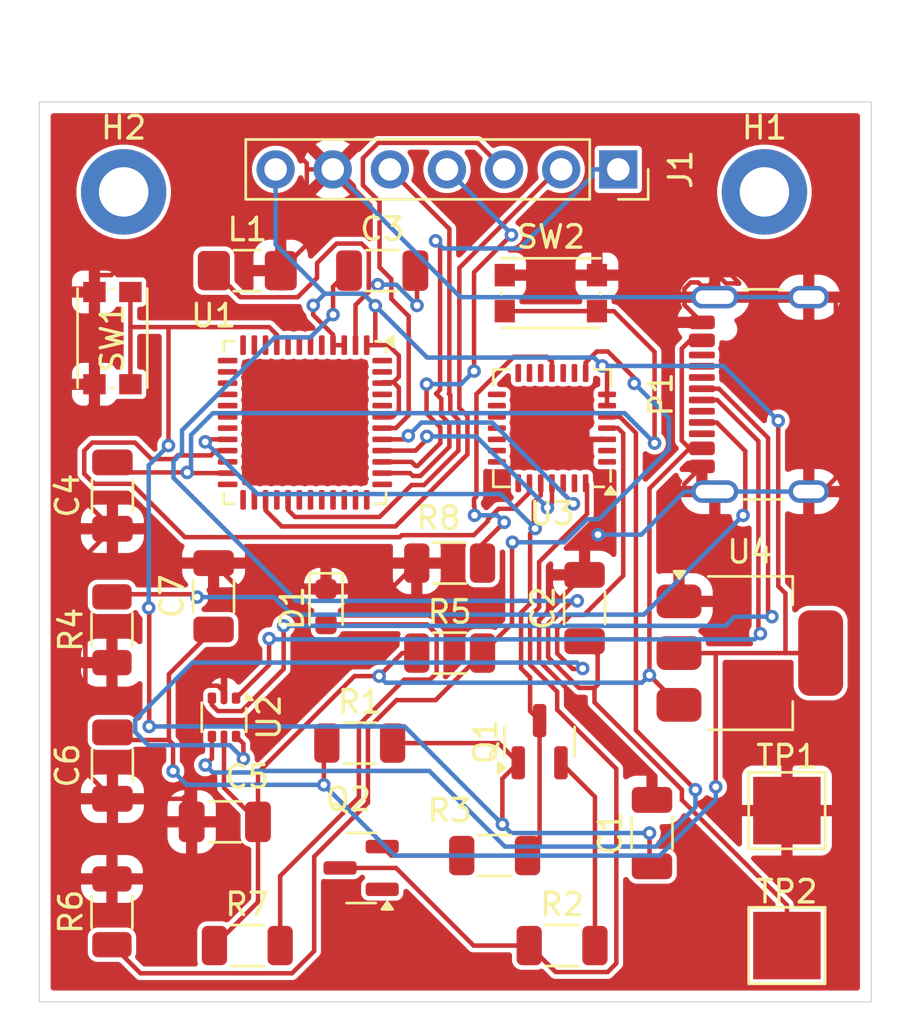
<source format=kicad_pcb>
(kicad_pcb (version 20241229) (generator "pcbnew") (generator_version "9.0")
  (layers (0 "F.Cu" signal) (2 "B.Cu" signal) (13 "F.Paste" user) (15 "B.Paste" user) (5 "F.SilkS" user "F.Silkscreen") (7 "B.SilkS" user "B.Silkscreen") (1 "F.Mask" user) (3 "B.Mask" user) (25 "Edge.Cuts" user))
  (net 0 "")
  (net 1 "GND")
  (net 2 "+3.3V")
  (net 3 "EN")
  (net 4 "Net-(P1-D+)")
  (net 6 "Net-(P1-CC)")
  (net 7 "Net-(U1-GPIO0{slash}BOOT{slash}ADC2_CH1)")
  (net 8 "Net-(D1-A)")
  (net 9 "Net-(J1-Pin_1)")
  (net 10 "Net-(J1-Pin_3)")
  (net 11 "Net-(J1-Pin_4)")
  (net 12 "Net-(J1-Pin_5)")
  (net 13 "DTR")
  (net 14 "Net-(Q1-B)")
  (net 15 "RTS")
  (net 16 "Net-(Q2-B)")
  (net 17 "Net-(U3-VBUS)")
  (net 22 "CTS")
  (net 30 "/supply/TXD")
  (net 32 "/supply/RXD")
  (net 39 "Net-(P1-D-)")
  (net 42 "+5V")
  (net 44 "Net-(J1-Pin_2)")
  (net 47 "Net-(U1-LNA_IN)")
  (net 49 "Net-(C2-Pad1)")
  (net 50 "IO0")
  (net 51 "Net-(U3-~{SUSPEND})")
  (net 52 "Net-(U3-D+)")
  (net 53 "Net-(U3-D-)")
  (footprint "MountingHole:MountingHole_2.2mm_M2_DIN965_Pad" (layer "F.Cu") (at 122.5 60.5)
    (property "Reference" "H2")
    (property "Value" "MountingHole")
  )
  (footprint "Button_Switch_SMD:SW_Push_1P1T_NO_CK_KMR2" (layer "F.Cu") (at 141.5 65 180)
    (property "Reference" "SW2")
    (property "Value" "BOOT")
  )
  (footprint "Resistor_SMD:R_1206_3216Metric" (layer "F.Cu") (at 121.98 79.9625 90)
    (property "Reference" "R4")
    (property "Value" "5.1K")
  )
  (footprint "Connector_PinSocket_2.54mm:PinSocket_1x07_P2.54mm_Vertical" (layer "F.Cu") (at 144.5 59.5 -90)
    (property "Reference" "J1")
    (property "Value" "Conn_01x07_Socket")
  )
  (footprint "Diode_SMD:D_0603_1608Metric" (layer "F.Cu") (at 131.5 78.9375 -90)
    (property "Reference" "D1")
    (property "Value" "LED")
  )
  (footprint "Button_Switch_SMD:SW_Push_1P1T_NO_CK_KMR2" (layer "F.Cu") (at 122 67 90)
    (property "Reference" "SW1")
    (property "Value" "RESET")
  )
  (footprint "Package_TO_SOT_SMD:SOT-223-3_TabPin2" (layer "F.Cu") (at 150.35 81)
    (property "Reference" "U4")
    (property "Value" "AMS1117-3.3")
  )
  (footprint "Capacitor_SMD:C_1206_3216Metric" (layer "F.Cu") (at 146 89 90)
    (property "Reference" "C1")
    (property "Value" "100nF")
  )
  (footprint "Resistor_SMD:R_1206_3216Metric" (layer "F.Cu") (at 137 77 180)
    (property "Reference" "R8")
    (property "Value" "10K")
  )
  (footprint "Package_DFN_QFN:QFN-28-1EP_5x5mm_P0.5mm_EP3.35x3.35mm" (layer "F.Cu") (at 141.55 71 180)
    (property "Reference" "U3")
    (property "Value" "CP2102N-Axx-xQFN28")
  )
  (footprint "Capacitor_SMD:C_1206_3216Metric" (layer "F.Cu") (at 126.5 78.475 90)
    (property "Reference" "C7")
    (property "Value" "10µF")
  )
  (footprint "MountingHole:MountingHole_2.2mm_M2_DIN965_Pad" (layer "F.Cu") (at 151 60.5)
    (property "Reference" "H1")
    (property "Value" "MountingHole")
  )
  (footprint "Package_TO_SOT_SMD:SOT-23" (layer "F.Cu") (at 141 84.9375 90)
    (property "Reference" "Q1")
    (property "Value" "BCW66G")
  )
  (footprint "Capacitor_SMD:C_1206_3216Metric" (layer "F.Cu") (at 122 86 -90)
    (property "Reference" "C6")
    (property "Value" "0,1µF")
  )
  (footprint "Package_TO_SOT_SMD:SOT-23" (layer "F.Cu") (at 133.0625 90.55 180)
    (property "Reference" "Q2")
    (property "Value" "BCW66G")
  )
  (footprint "Resistor_SMD:R_1206_3216Metric" (layer "F.Cu") (at 133 85)
    (property "Reference" "R1")
    (property "Value" "10K")
  )
  (footprint "Resistor_SMD:R_1206_3216Metric" (layer "F.Cu") (at 139 90 180)
    (property "Reference" "R3")
    (property "Value" "47,5K")
  )
  (footprint "Resistor_SMD:R_1206_3216Metric" (layer "F.Cu") (at 128 94)
    (property "Reference" "R7")
    (property "Value" "1K")
  )
  (footprint "Resistor_SMD:R_1206_3216Metric" (layer "F.Cu") (at 142 94)
    (property "Reference" "R2")
    (property "Value" "47,5K")
  )
  (footprint "TestPoint:TestPoint_Pad_3.0x3.0mm" (layer "F.Cu") (at 152 88)
    (property "Reference" "TP1")
    (property "Value" "TestPoint")
  )
  (footprint "Capacitor_SMD:C_1206_3216Metric" (layer "F.Cu") (at 127 88.5 180)
    (property "Reference" "C5")
    (property "Value" "10µF")
  )
  (footprint "Package_DFN_QFN:QFN-48-1EP_7x7mm_P0.5mm_EP5.15x5.15mm" (layer "F.Cu") (at 130.5625 70.75 -90)
    (property "Reference" "U1")
    (property "Value" "ESP32-PICO-V3")
  )
  (footprint "Capacitor_SMD:C_1206_3216Metric" (layer "F.Cu") (at 134 64)
    (property "Reference" "C3")
    (property "Value" "4,7pF")
  )
  (footprint "Capacitor_SMD:C_1206_3216Metric" (layer "F.Cu") (at 122 74 -90)
    (property "Reference" "C4")
    (property "Value" "100nF")
  )
  (footprint "Resistor_SMD:R_1206_3216Metric" (layer "F.Cu") (at 121.98 92.5 90)
    (property "Reference" "R6")
    (property "Value" "47,5K")
  )
  (footprint "Connector_USB:USB_C_Receptacle_GCT_USB4105-xx-A_16P_TopMnt_Horizontal" (layer "F.Cu") (at 151.8975 69.5 90)
    (property "Reference" "P1")
    (property "Value" "USB_C_Plug_USB2.0")
  )
  (footprint "TestPoint:TestPoint_Pad_3.0x3.0mm" (layer "F.Cu") (at 152 94)
    (property "Reference" "TP2")
    (property "Value" "TestPoint")
  )
  (footprint "Resistor_SMD:R_1206_3216Metric" (layer "F.Cu") (at 137 81)
    (property "Reference" "R5")
    (property "Value" "22,1K")
  )
  (footprint "Capacitor_SMD:C_1206_3216Metric" (layer "F.Cu") (at 143 79 90)
    (property "Reference" "C2")
    (property "Value" "2,7pF")
  )
  (footprint "Package_TO_SOT_SMD:SOT-666" (layer "F.Cu") (at 126.9625 83.85 -90)
    (property "Reference" "U2")
    (property "Value" "USBLC6-2P6")
  )
  (footprint "Inductor_SMD:L_1206_3216Metric_Pad1.42x1.75mm_HandSolder" (layer "F.Cu") (at 128 64)
    (property "Reference" "L1")
    (property "Value" "1,6nH")
  )
  (gr_rect (start 118.75 56.5) (end 155.75 96.5) (stroke (width 0.05)) (fill no) (layer "Edge.Cuts"))
  (segment (start 149.7829 64.5746) (end 149.8691 64.5746) (width 0.2) (layer "F.Cu") (net 1))
  (segment (start 142.9763 77.525) (end 142.0723 78.429) (width 0.2) (layer "F.Cu") (net 1))
  (segment (start 147.4408 73.82) (end 147.2 74.0608) (width 0.2) (layer "F.Cu") (net 1))
  (segment (start 121.2 69.8017) (end 120.3161 70.6856) (width 0.2) (layer "F.Cu") (net 1))
  (segment (start 154.1742 73.82) (end 154.8036 74.4494) (width 0.2) (layer "F.Cu") (net 1))
  (segment (start 126.9625 82.7147) (end 126.6957 82.4479) (width 0.2) (layer "F.Cu") (net 1))
  (segment (start 120.7973 81.425) (end 120.7973 76.6777) (width 0.2) (layer "F.Cu") (net 1))
  (segment (start 135.5375 77) (end 134.3875 78.15) (width 0.2) (layer "F.Cu") (net 1))
  (segment (start 143 77.525) (end 142.9763 77.525) (width 0.2) (layer "F.Cu") (net 1))
  (segment (start 121.98 91.0375) (end 122 91.0175) (width 0.2) (layer "F.Cu") (net 1))
  (segment (start 148.2175 66.3) (end 147.4408 65.5233) (width 0.2) (layer "F.Cu") (net 1))
  (segment (start 149.8692 64.5405) (end 149.5287 64.2) (width 0.2) (layer "F.Cu") (net 1))
  (segment (start 148.1915 64.6649) (end 148.5243 64.6649) (width 0.2) (layer "F.Cu") (net 1))
  (segment (start 122 87.475) (end 120.7973 86.2723) (width 0.2) (layer "F.Cu") (net 1))
  (segment (start 147.4408 65.5233) (end 147.4408 65.18) (width 0.2) (layer "F.Cu") (net 1))
  (segment (start 121.2 64.95) (end 121.2 64.1983) (width 0.2) (layer "F.Cu") (net 1))
  (segment (start 147.2 74.0608) (end 147.2 78.7) (width 0.2) (layer "F.Cu") (net 1))
  (segment (start 142.0723 78.429) (end 142.0723 78.4421) (width 0.2) (layer "F.Cu") (net 1))
  (segment (start 121.2 69.05) (end 121.2 69.8017) (width 0.2) (layer "F.Cu") (net 1))
  (segment (start 143.5993 75.7339) (end 143.5993 73.0148) (width 0.2) (layer "F.Cu") (net 1))
  (segment (start 127.65 78.15) (end 127.742 78.15) (width 0.2) (layer "F.Cu") (net 1))
  (segment (start 121.98 81.425) (end 120.7973 81.425) (width 0.2) (layer "F.Cu") (net 1))
  (segment (start 148.8736 64.3156) (end 149.0418 64.3156) (width 0.2) (layer "F.Cu") (net 1))
  (segment (start 142.0723 78.4421) (end 140.9797 79.5347) (width 0.2) (layer "F.Cu") (net 1))
  (segment (start 131.5 78.15) (end 127.742 78.15) (width 0.2) (layer "F.Cu") (net 1))
  (segment (start 147.4408 73.4767) (end 147.4408 73.82) (width 0.2) (layer "F.Cu") (net 1))
  (segment (start 147.4408 65.18) (end 147.4408 64.8046) (width 0.2) (layer "F.Cu") (net 1))
  (segment (start 125.3 83.2708) (end 125.3 87.2983) (width 0.2) (layer "F.Cu") (net 1))
  (segment (start 154.8036 83.3947) (end 152 86.1983) (width 0.2) (layer "F.Cu") (net 1))
  (segment (start 131.8 59.5) (end 130.6453 59.5) (width 0.2) (layer "F.Cu") (net 1))
  (segment (start 143 76.3332) (end 143.5993 75.7339) (width 0.2) (layer "F.Cu") (net 1))
  (segment (start 120.3161 70.6856) (end 120.3161 73.7911) (width 0.2) (layer "F.Cu") (net 1))
  (segment (start 121.9517 64.1983) (end 121.2 64.1983) (width 0.2) (layer "F.Cu") (net 1))
  (segment (start 154.1742 65.18) (end 154.1742 73.2192) (width 0.2) (layer "F.Cu") (net 1))
  (segment (start 122 91.0175) (end 122 87.475) (width 0.2) (layer "F.Cu") (net 1))
  (segment (start 154.1742 73.2192) (end 153.5734 73.82) (width 0.2) (layer "F.Cu") (net 1))
  (segment (start 148.7925 65.18) (end 147.4408 65.18) (width 0.2) (layer "F.Cu") (net 1))
  (segment (start 127.742 81.0436) (end 126.9625 81.8231) (width 0.2) (layer "F.Cu") (net 1))
  (segment (start 143.5993 73.0148) (end 143.2981 72.7136) (width 0.2) (layer "F.Cu") (net 1))
  (segment (start 126.6957 82.4479) (end 126.1229 82.4479) (width 0.2) (layer "F.Cu") (net 1))
  (segment (start 127.742 78.15) (end 127.742 81.0436) (width 0.2) (layer "F.Cu") (net 1))
  (segment (start 120.3161 73.7911) (end 122 75.475) (width 0.2) (layer "F.Cu") (net 1))
  (segment (start 126.9625 82.925) (end 126.9625 82.7147) (width 0.2) (layer "F.Cu") (net 1))
  (segment (start 141.55 71) (end 142.05 71.5) (width 0.2) (layer "F.Cu") (net 1))
  (segment (start 146 86.3675) (end 146 87.525) (width 0.2) (layer "F.Cu") (net 1))
  (segment (start 130.6453 59.2297) (end 129.7639 58.3483) (width 0.2) (layer "F.Cu") (net 1))
  (segment (start 129.4875 64) (end 130.6453 62.8422) (width 0.2) (layer "F.Cu") (net 1))
  (segment (start 125.3 87.2983) (end 125.1233 87.475) (width 0.2) (layer "F.Cu") (net 1))
  (segment (start 143.2981 72.7136) (end 143.2981 71.5) (width 0.2) (layer "F.Cu") (net 1))
  (segment (start 148.05 64.5234) (end 148.1915 64.6649) (width 0.2) (layer "F.Cu") (net 1))
  (segment (start 129.7639 58.3483) (end 127.8017 58.3483) (width 0.2) (layer "F.Cu") (net 1))
  (segment (start 149.2941 64.5679) (end 149.7762 64.5679) (width 0.2) (layer "F.Cu") (net 1))
  (segment (start 125.525 88.5) (end 125.525 87.8767) (width 0.2) (layer "F.Cu") (net 1))
  (segment (start 148.5243 64.6649) (end 148.8736 64.3156) (width 0.2) (layer "F.Cu") (net 1))
  (segment (start 126.5 77) (end 127.65 78.15) (width 0.2) (layer "F.Cu") (net 1))
  (segment (start 126.9625 81.8231) (end 126.9625 82.925) (width 0.2) (layer "F.Cu") (net 1))
  (segment (start 140.9797 79.5347) (end 140.9797 81.3472) (width 0.2) (layer "F.Cu") (net 1))
  (segment (start 143.2981 71.5) (end 144 71.5) (width 0.2) (layer "F.Cu") (net 1))
  (segment (start 149.0418 64.3156) (end 149.2941 64.5679) (width 0.2) (layer "F.Cu") (net 1))
  (segment (start 121.2 64.95) (end 121.2 69.05) (width 0.2) (layer "F.Cu") (net 1))
  (segment (start 125.1233 87.475) (end 122 87.475) (width 0.2) (layer "F.Cu") (net 1))
  (segment (start 126.1229 82.4479) (end 125.3 83.2708) (width 0.2) (layer "F.Cu") (net 1))
  (segment (start 147.4408 64.8046) (end 147.722 64.5234) (width 0.2) (layer "F.Cu") (net 1))
  (segment (start 148.7925 73.82) (end 147.4408 73.82) (width 0.2) (layer "F.Cu") (net 1))
  (segment (start 127.8017 58.3483) (end 121.9517 64.1983) (width 0.2) (layer "F.Cu") (net 1))
  (segment (start 143.55 64.2) (end 144.3017 64.2) (width 0.2) (layer "F.Cu") (net 1))
  (segment (start 149.7762 64.5679) (end 149.7829 64.5746) (width 0.2) (layer "F.Cu") (net 1))
  (segment (start 140.9797 81.3472) (end 146 86.3675) (width 0.2) (layer "F.Cu") (net 1))
  (segment (start 139.45 64.2) (end 143.55 64.2) (width 0.2) (layer "F.Cu") (net 1))
  (segment (start 120.7973 76.6777) (end 122 75.475) (width 0.2) (layer "F.Cu") (net 1))
  (segment (start 130.6453 62.8422) (end 130.6453 59.5) (width 0.2) (layer "F.Cu") (net 1))
  (segment (start 143 77.525) (end 143 76.3332) (width 0.2) (layer "F.Cu") (net 1))
  (segment (start 149.8692 64.5745) (end 149.8692 64.5405) (width 0.2) (layer "F.Cu") (net 1))
  (segment (start 152.9725 73.82) (end 153.5734 73.82) (width 0.2) (layer "F.Cu") (net 1))
  (segment (start 149.8691 64.5746) (end 149.8692 64.5745) (width 0.2) (layer "F.Cu") (net 1))
  (segment (start 152.9725 65.18) (end 154.1742 65.18) (width 0.2) (layer "F.Cu") (net 1))
  (segment (start 125.525 87.8767) (end 125.1233 87.475) (width 0.2) (layer "F.Cu") (net 1))
  (segment (start 147.722 64.5234) (end 148.05 64.5234) (width 0.2) (layer "F.Cu") (net 1))
  (segment (start 154.8036 74.4494) (end 154.8036 83.3947) (width 0.2) (layer "F.Cu") (net 1))
  (segment (start 134.3875 78.15) (end 131.5 78.15) (width 0.2) (layer "F.Cu") (net 1))
  (segment (start 153.5734 73.82) (end 154.1742 73.82) (width 0.2) (layer "F.Cu") (net 1))
  (segment (start 148.2175 72.7) (end 147.4408 73.4767) (width 0.2) (layer "F.Cu") (net 1))
  (segment (start 130.6453 59.5) (end 130.6453 59.2297) (width 0.2) (layer "F.Cu") (net 1))
  (segment (start 142.05 71.5) (end 143.2981 71.5) (width 0.2) (layer "F.Cu") (net 1))
  (segment (start 120.7973 86.2723) (end 120.7973 81.425) (width 0.2) (layer "F.Cu") (net 1))
  (segment (start 149.5287 64.2) (end 144.3017 64.2) (width 0.2) (layer "F.Cu") (net 1))
  (segment (start 152 88) (end 152 86.1983) (width 0.2) (layer "F.Cu") (net 1))
  (via (at 143.5993 75.7339) (size 0.6) (drill 0.3) (layers "F.Cu" "B.Cu") (net 1))
  (segment (start 152.9725 73.82) (end 151.7708 73.82) (width 0.2) (layer "B.Cu") (net 1))
  (segment (start 145.5269 75.7339) (end 143.5993 75.7339) (width 0.2) (layer "B.Cu") (net 1))
  (segment (start 147.4408 73.82) (end 145.5269 75.7339) (width 0.2) (layer "B.Cu") (net 1))
  (segment (start 131.8 59.5) (end 137.48 65.18) (width 0.2) (layer "B.Cu") (net 1))
  (segment (start 152.9725 65.18) (end 148.7925 65.18) (width 0.2) (layer "B.Cu") (net 1))
  (segment (start 137.48 65.18) (end 148.7925 65.18) (width 0.2) (layer "B.Cu") (net 1))
  (segment (start 151.7708 73.82) (end 148.7925 73.82) (width 0.2) (layer "B.Cu") (net 1))
  (segment (start 148.7925 73.82) (end 147.4408 73.82) (width 0.2) (layer "B.Cu") (net 1))
  (segment (start 133.6933 67.3125) (end 133.6933 65.5597) (width 0.2) (layer "F.Cu") (net 2))
  (segment (start 131.4019 86.8547) (end 131.4019 85.1356) (width 0.2) (layer "F.Cu") (net 2))
  (segment (start 151.9355 78.3483) (end 151.6155 78.0283) (width 0.2) (layer "F.Cu") (net 2))
  (segment (start 130.931 65.968) (end 130.931 65.5394) (width 0.2) (layer "F.Cu") (net 2))
  (segment (start 151.9355 81) (end 151.9355 78.3483) (width 0.2) (layer "F.Cu") (net 2))
  (segment (start 134.7394 69.2016) (end 134.7394 70.2237) (width 0.2) (layer "F.Cu") (net 2))
  (segment (start 134.7394 68.7218) (end 134.7394 67.7762) (width 0.2) (layer "F.Cu") (net 2))
  (segment (start 134.7394 70.2237) (end 134.4631 70.5) (width 0.2) (layer "F.Cu") (net 2))
  (segment (start 148.8351 81) (end 148.8351 86.9443) (width 0.2) (layer "F.Cu") (net 2))
  (segment (start 122 84.525) (end 122.3373 84.8623) (width 0.2) (layer "F.Cu") (net 2))
  (segment (start 148.8351 81) (end 151.9355 81) (width 0.2) (layer "F.Cu") (net 2))
  (segment (start 134.4631 70.5) (end 134 70.5) (width 0.2) (layer "F.Cu") (net 2))
  (segment (start 126.5 79.95) (end 124.5106 81.9394) (width 0.2) (layer "F.Cu") (net 2))
  (segment (start 131.4019 85.1356) (end 131.5375 85) (width 0.2) (layer "F.Cu") (net 2))
  (segment (start 132.3125 67.3125) (end 131.8125 67.3125) (width 0.2) (layer "F.Cu") (net 2))
  (segment (start 147.2 81) (end 148.8351 81) (width 0.2) (layer "F.Cu") (net 2))
  (segment (start 131.8125 67.3125) (end 131.8125 66.8495) (width 0.2) (layer "F.Cu") (net 2))
  (segment (start 144 68.4468) (end 143.7898 68.2366) (width 0.2) (layer "F.Cu") (net 2))
  (segment (start 134.4995 68.9617) (end 134.0383 68.9617) (width 0.2) (layer "F.Cu") (net 2))
  (segment (start 124.5106 81.9394) (end 124.5106 84.8623) (width 0.2) (layer "F.Cu") (net 2))
  (segment (start 124.5106 84.8623) (end 124.6983 85.05) (width 0.2) (layer "F.Cu") (net 2))
  (segment (start 151.6155 78.0283) (end 151.6155 70.6728) (width 0.2) (layer "F.Cu") (net 2))
  (segment (start 134.2757 67.3125) (end 133.6933 67.3125) (width 0.2) (layer "F.Cu") (net 2))
  (segment (start 124.6983 85.05) (end 124.6983 86.2445) (width 0.2) (layer "F.Cu") (net 2))
  (segment (start 131.8125 66.8495) (end 130.931 65.968) (width 0.2) (layer "F.Cu") (net 2))
  (segment (start 134.4995 68.9617) (end 134.7394 69.2016) (width 0.2) (layer "F.Cu") (net 2))
  (segment (start 144 70) (end 144 69.5) (width 0.2) (layer "F.Cu") (net 2))
  (segment (start 144 69.5) (end 144 68.4468) (width 0.2) (layer "F.Cu") (net 2))
  (segment (start 134.0383 68.9617) (end 134 69) (width 0.2) (layer "F.Cu") (net 2))
  (segment (start 134.4995 68.9617) (end 134.7394 68.7218) (width 0.2) (layer "F.Cu") (net 2))
  (segment (start 133.6933 67.3125) (end 133.3125 67.3125) (width 0.2) (layer "F.Cu") (net 2))
  (segment (start 151.9355 81) (end 153.5 81) (width 0.2) (layer "F.Cu") (net 2))
  (segment (start 134.7394 67.7762) (end 134.2757 67.3125) (width 0.2) (layer "F.Cu") (net 2))
  (segment (start 122.3373 84.8623) (end 124.5106 84.8623) (width 0.2) (layer "F.Cu") (net 2))
  (via (at 143.7898 68.2366) (size 0.6) (drill 0.3) (layers "F.Cu" "B.Cu") (net 2))
  (via (at 131.4019 86.8547) (size 0.6) (drill 0.3) (layers "F.Cu" "B.Cu") (net 2))
  (via (at 148.8351 86.9443) (size 0.6) (drill 0.3) (layers "F.Cu" "B.Cu") (net 2))
  (via (at 151.6155 70.6728) (size 0.6) (drill 0.3) (layers "F.Cu" "B.Cu") (net 2))
  (via (at 124.6983 86.2445) (size 0.6) (drill 0.3) (layers "F.Cu" "B.Cu") (net 2))
  (via (at 133.6933 65.5597) (size 0.6) (drill 0.3) (layers "F.Cu" "B.Cu") (net 2))
  (via (at 130.931 65.5394) (size 0.6) (drill 0.3) (layers "F.Cu" "B.Cu") (net 2))
  (segment (start 131.4019 86.8547) (end 134.5491 90.0019) (width 0.2) (layer "B.Cu") (net 2))
  (segment (start 129.26 59.5) (end 129.26 62.8388) (width 0.2) (layer "B.Cu") (net 2))
  (segment (start 148.8351 87.5123) (end 148.8351 86.9443) (width 0.2) (layer "B.Cu") (net 2))
  (segment (start 143.416 67.8628) (end 135.9964 67.8628) (width 0.2) (layer "B.Cu") (net 2))
  (segment (start 143.7898 68.2366) (end 143.416 67.8628) (width 0.2) (layer "B.Cu") (net 2))
  (segment (start 149.1793 68.2366) (end 143.7898 68.2366) (width 0.2) (layer "B.Cu") (net 2))
  (segment (start 125.3085 86.8547) (end 131.4019 86.8547) (width 0.2) (layer "B.Cu") (net 2))
  (segment (start 135.9964 67.8628) (end 133.6933 65.5597) (width 0.2) (layer "B.Cu") (net 2))
  (segment (start 151.6155 70.6728) (end 149.1793 68.2366) (width 0.2) (layer "B.Cu") (net 2))
  (segment (start 146.3455 90.0019) (end 148.8351 87.5123) (width 0.2) (layer "B.Cu") (net 2))
  (segment (start 124.6983 86.2445) (end 125.3085 86.8547) (width 0.2) (layer "B.Cu") (net 2))
  (segment (start 131.4458 65.0246) (end 133.1582 65.0246) (width 0.2) (layer "B.Cu") (net 2))
  (segment (start 134.5491 90.0019) (end 146.3455 90.0019) (width 0.2) (layer "B.Cu") (net 2))
  (segment (start 133.1582 65.0246) (end 133.6933 65.5597) (width 0.2) (layer "B.Cu") (net 2))
  (segment (start 129.26 62.8388) (end 131.4458 65.0246) (width 0.2) (layer "B.Cu") (net 2))
  (segment (start 130.931 65.5394) (end 131.4458 65.0246) (width 0.2) (layer "B.Cu") (net 2))
  (segment (start 129.3125 67.3125) (end 129.3125 66.8494) (width 0.2) (layer "F.Cu") (net 3))
  (segment (start 129.3125 66.8494) (end 128.9735 66.5104) (width 0.2) (layer "F.Cu") (net 3))
  (segment (start 139.3453 88.6099) (end 139.3453 86.5797) (width 0.2) (layer "F.Cu") (net 3))
  (segment (start 128.9735 66.5104) (end 124.4939 66.5104) (width 0.2) (layer "F.Cu") (net 3))
  (segment (start 122.8 66.5104) (end 122.8 69.05) (width 0.2) (layer "F.Cu") (net 3))
  (segment (start 139.3453 86.5797) (end 140.05 85.875) (width 0.2) (layer "F.Cu") (net 3))
  (segment (start 139.175 85) (end 140.05 85.875) (width 0.2) (layer "F.Cu") (net 3))
  (segment (start 134.4625 85) (end 139.175 85) (width 0.2) (layer "F.Cu") (net 3))
  (segment (start 145.8898 90.3648) (end 145.8898 88.9984) (width 0.2) (layer "F.Cu") (net 3))
  (segment (start 123.6146 78.9855) (end 123.6371 79.008) (width 0.2) (layer "F.Cu") (net 3))
  (segment (start 124.4939 66.5104) (end 124.4939 71.7748) (width 0.2) (layer "F.Cu") (net 3))
  (segment (start 146 90.475) (end 145.8898 90.3648) (width 0.2) (layer "F.Cu") (net 3))
  (segment (start 122.8 64.95) (end 122.8 66.5104) (width 0.2) (layer "F.Cu") (net 3))
  (segment (start 124.4939 66.5104) (end 122.8 66.5104) (width 0.2) (layer "F.Cu") (net 3))
  (segment (start 123.6371 79.008) (end 123.6371 84.2606) (width 0.2) (layer "F.Cu") (net 3))
  (via (at 139.3453 88.6099) (size 0.6) (drill 0.3) (layers "F.Cu" "B.Cu") (net 3))
  (via (at 124.4939 71.7748) (size 0.6) (drill 0.3) (layers "F.Cu" "B.Cu") (net 3))
  (via (at 123.6371 84.2606) (size 0.6) (drill 0.3) (layers "F.Cu" "B.Cu") (net 3))
  (via (at 145.8898 88.9984) (size 0.6) (drill 0.3) (layers "F.Cu" "B.Cu") (net 3))
  (via (at 123.6146 78.9855) (size 0.6) (drill 0.3) (layers "F.Cu" "B.Cu") (net 3))
  (segment (start 123.6146 72.6541) (end 123.6146 78.9855) (width 0.2) (layer "B.Cu") (net 3))
  (segment (start 139.3453 88.6099) (end 134.996 84.2606) (width 0.2) (layer "B.Cu") (net 3))
  (segment (start 139.7338 88.9984) (end 139.3453 88.6099) (width 0.2) (layer "B.Cu") (net 3))
  (segment (start 145.8898 88.9984) (end 139.7338 88.9984) (width 0.2) (layer "B.Cu") (net 3))
  (segment (start 134.996 84.2606) (end 123.6371 84.2606) (width 0.2) (layer "B.Cu") (net 3))
  (segment (start 124.4939 71.7748) (end 123.6146 72.6541) (width 0.2) (layer "B.Cu") (net 3))
  (segment (start 127.5 83) (end 128.9692 81.5308) (width 0.2) (layer "F.Cu") (net 4))
  (segment (start 128.9692 81.5308) (end 128.9692 80.3551) (width 0.2) (layer "F.Cu") (net 4))
  (segment (start 148.2175 69.75) (end 148.9031 69.75) (width 0.2) (layer "F.Cu") (net 4))
  (segment (start 150.7321 71.579) (end 150.7321 80.046) (width 0.2) (layer "F.Cu") (net 4))
  (segment (start 148.9031 69.75) (end 150.7321 71.579) (width 0.2) (layer "F.Cu") (net 4))
  (segment (start 150.7321 80.046) (end 150.8216 80.1355) (width 0.2) (layer "F.Cu") (net 4))
  (via (at 150.8216 80.1355) (size 0.6) (drill 0.3) (layers "F.Cu" "B.Cu") (net 4))
  (via (at 128.9692 80.3551) (size 0.6) (drill 0.3) (layers "F.Cu" "B.Cu") (net 4))
  (segment (start 150.5675 80.3896) (end 150.8216 80.1355) (width 0.2) (layer "B.Cu") (net 4))
  (segment (start 129.0037 80.3896) (end 150.5675 80.3896) (width 0.2) (layer "B.Cu") (net 4))
  (segment (start 128.9692 80.3551) (end 129.0037 80.3896) (width 0.2) (layer "B.Cu") (net 4))
  (segment (start 150.1487 72.0187) (end 150.1487 74.7778) (width 0.2) (layer "F.Cu") (net 6))
  (segment (start 122.0962 78.3838) (end 121.98 78.5) (width 0.2) (layer "F.Cu") (net 6))
  (segment (start 125.7665 78.511) (end 125.6393 78.3838) (width 0.2) (layer "F.Cu") (net 6))
  (segment (start 150.1487 74.7778) (end 150.0486 74.8779) (width 0.2) (layer "F.Cu") (net 6))
  (segment (start 125.6393 78.3838) (end 122.0962 78.3838) (width 0.2) (layer "F.Cu") (net 6))
  (segment (start 148.88 70.75) (end 150.1487 72.0187) (width 0.2) (layer "F.Cu") (net 6))
  (segment (start 148.2175 70.75) (end 148.88 70.75) (width 0.2) (layer "F.Cu") (net 6))
  (via (at 150.0486 74.8779) (size 0.6) (drill 0.3) (layers "F.Cu" "B.Cu") (net 6))
  (via (at 125.7665 78.511) (size 0.6) (drill 0.3) (layers "F.Cu" "B.Cu") (net 6))
  (segment (start 129.1909 78.511) (end 125.7665 78.511) (width 0.2) (layer "B.Cu") (net 6))
  (segment (start 145.6375 79.289) (end 129.9689 79.289) (width 0.2) (layer "B.Cu") (net 6))
  (segment (start 129.9689 79.289) (end 129.1909 78.511) (width 0.2) (layer "B.Cu") (net 6))
  (segment (start 150.0486 74.8779) (end 145.6375 79.289) (width 0.2) (layer "B.Cu") (net 6))
  (segment (start 146.1144 71.6689) (end 146.1144 67.6127) (width 0.2) (layer "F.Cu") (net 7))
  (segment (start 127.125 73) (end 125.357 73) (width 0.2) (layer "F.Cu") (net 7))
  (segment (start 143.55 65.8) (end 144.3017 65.8) (width 0.2) (layer "F.Cu") (net 7))
  (segment (start 139.45 65.8) (end 143.55 65.8) (width 0.2) (layer "F.Cu") (net 7))
  (segment (start 125.3258 72.9688) (end 122.4438 72.9688) (width 0.2) (layer "F.Cu") (net 7))
  (segment (start 125.357 73) (end 125.3258 72.9688) (width 0.2) (layer "F.Cu") (net 7))
  (segment (start 122.4438 72.9688) (end 122 72.525) (width 0.2) (layer "F.Cu") (net 7))
  (segment (start 146.1144 67.6127) (end 144.3017 65.8) (width 0.2) (layer "F.Cu") (net 7))
  (via (at 146.1144 71.6689) (size 0.6) (drill 0.3) (layers "F.Cu" "B.Cu") (net 7))
  (via (at 125.3258 72.9688) (size 0.6) (drill 0.3) (layers "F.Cu" "B.Cu") (net 7))
  (segment (start 144.7804 70.3349) (end 146.1144 71.6689) (width 0.2) (layer "B.Cu") (net 7))
  (segment (start 126.4672 70.3349) (end 144.7804 70.3349) (width 0.2) (layer "B.Cu") (net 7))
  (segment (start 125.4973 72.7973) (end 125.4973 71.3048) (width 0.2) (layer "B.Cu") (net 7))
  (segment (start 125.3258 72.9688) (end 125.4973 72.7973) (width 0.2) (layer "B.Cu") (net 7))
  (segment (start 125.4973 71.3048) (end 126.4672 70.3349) (width 0.2) (layer "B.Cu") (net 7))
  (segment (start 132.9627 87.406) (end 129.4625 90.9062) (width 0.2) (layer "F.Cu") (net 8))
  (segment (start 136.4218 81.8841) (end 136.1282 82.1777) (width 0.2) (layer "F.Cu") (net 8))
  (segment (start 131.5 79.725) (end 135.9872 79.725) (width 0.2) (layer "F.Cu") (net 8))
  (segment (start 136.1282 82.1777) (end 134.9791 82.1777) (width 0.2) (layer "F.Cu") (net 8))
  (segment (start 132.9627 84.1941) (end 132.9627 87.406) (width 0.2) (layer "F.Cu") (net 8))
  (segment (start 129.4625 90.9062) (end 129.4625 94) (width 0.2) (layer "F.Cu") (net 8))
  (segment (start 135.9872 79.725) (end 136.4218 80.1596) (width 0.2) (layer "F.Cu") (net 8))
  (segment (start 136.4218 80.1596) (end 136.4218 81.8841) (width 0.2) (layer "F.Cu") (net 8))
  (segment (start 134.9791 82.1777) (end 132.9627 84.1941) (width 0.2) (layer "F.Cu") (net 8))
  (segment (start 136.6265 69.6976) (end 136.3984 69.4695) (width 0.2) (layer "F.Cu") (net 9))
  (segment (start 136.3984 69.4695) (end 136.3984 69.4694) (width 0.2) (layer "F.Cu") (net 9))
  (segment (start 135.694 73.1267) (end 136.9869 71.8338) (width 0.2) (layer "F.Cu") (net 9))
  (segment (start 136.3984 69.4694) (end 136.5739 69.2939) (width 0.2) (layer "F.Cu") (net 9))
  (segment (start 136.6265 70.4388) (end 136.6265 69.6976) (width 0.2) (layer "F.Cu") (net 9))
  (segment (start 136.9869 70.7992) (end 136.6265 70.4388) (width 0.2) (layer "F.Cu") (net 9))
  (segment (start 134 73) (end 135.2347 73) (width 0.2) (layer "F.Cu") (net 9))
  (segment (start 136.5739 69.2939) (end 136.5739 62.8739) (width 0.2) (layer "F.Cu") (net 9))
  (segment (start 135.3614 73.1267) (end 135.694 73.1267) (width 0.2) (layer "F.Cu") (net 9))
  (segment (start 136.5739 62.8739) (end 136.3757 62.6757) (width 0.2) (layer "F.Cu") (net 9))
  (segment (start 136.9869 71.8338) (end 136.9869 70.7992) (width 0.2) (layer "F.Cu") (net 9))
  (segment (start 135.2347 73) (end 135.3614 73.1267) (width 0.2) (layer "F.Cu") (net 9))
  (via (at 136.3757 62.6757) (size 0.6) (drill 0.3) (layers "F.Cu" "B.Cu") (net 9))
  (segment (start 136.7148 63.0148) (end 140.1214 63.0148) (width 0.2) (layer "B.Cu") (net 9))
  (segment (start 144.5 59.5) (end 143.3483 59.5) (width 0.2) (layer "B.Cu") (net 9))
  (segment (start 136.3757 62.6757) (end 136.7148 63.0148) (width 0.2) (layer "B.Cu") (net 9))
  (segment (start 143.3483 59.7879) (end 143.3483 59.5) (width 0.2) (layer "B.Cu") (net 9))
  (segment (start 140.1214 63.0148) (end 143.3483 59.7879) (width 0.2) (layer "B.Cu") (net 9))
  (segment (start 133.8813 60.9412) (end 133.1394 60.1993) (width 0.2) (layer "F.Cu") (net 10))
  (segment (start 134.405 64.3754) (end 133.8814 63.8518) (width 0.2) (layer "F.Cu") (net 10))
  (segment (start 134.6061 71) (end 135.1771 70.429) (width 0.2) (layer "F.Cu") (net 10))
  (segment (start 133.8814 63.8518) (end 133.8813 63.8518) (width 0.2) (layer "F.Cu") (net 10))
  (segment (start 135.1771 66.0257) (end 134.405 65.2536) (width 0.2) (layer "F.Cu") (net 10))
  (segment (start 133.8813 63.8518) (end 133.8813 60.9412) (width 0.2) (layer "F.Cu") (net 10))
  (segment (start 133.824 58.3208) (end 138.2408 58.3208) (width 0.2) (layer "F.Cu") (net 10))
  (segment (start 135.1771 70.429) (end 135.1771 66.0257) (width 0.2) (layer "F.Cu") (net 10))
  (segment (start 133.1394 60.1993) (end 133.1394 59.0054) (width 0.2) (layer "F.Cu") (net 10))
  (segment (start 134 71) (end 134.6061 71) (width 0.2) (layer "F.Cu") (net 10))
  (segment (start 138.2408 58.3208) (end 139.42 59.5) (width 0.2) (layer "F.Cu") (net 10))
  (segment (start 133.1394 59.0054) (end 133.824 58.3208) (width 0.2) (layer "F.Cu") (net 10))
  (segment (start 134.405 65.2536) (end 134.405 64.3754) (width 0.2) (layer "F.Cu") (net 10))
  (segment (start 135.569 72.6837) (end 136.5852 71.6675) (width 0.2) (layer "F.Cu") (net 11))
  (segment (start 136.5852 70.9655) (end 135.9722 70.3525) (width 0.2) (layer "F.Cu") (net 11))
  (segment (start 136.5852 71.6675) (end 136.5852 70.9655) (width 0.2) (layer "F.Cu") (net 11))
  (segment (start 139.7473 62.4131) (end 138.0849 64.0755) (width 0.2) (layer "F.Cu") (net 11))
  (segment (start 135.4864 72.6837) (end 135.569 72.6837) (width 0.2) (layer "F.Cu") (net 11))
  (segment (start 135.9722 70.3525) (end 135.9722 69.0447) (width 0.2) (layer "F.Cu") (net 11))
  (segment (start 138.0849 64.0755) (end 138.0849 68.4645) (width 0.2) (layer "F.Cu") (net 11))
  (segment (start 134 72.5) (end 135.3027 72.5) (width 0.2) (layer "F.Cu") (net 11))
  (segment (start 135.3027 72.5) (end 135.4864 72.6837) (width 0.2) (layer "F.Cu") (net 11))
  (via (at 139.7473 62.4131) (size 0.6) (drill 0.3) (layers "F.Cu" "B.Cu") (net 11))
  (via (at 135.9722 69.0447) (size 0.6) (drill 0.3) (layers "F.Cu" "B.Cu") (net 11))
  (via (at 138.0849 68.4645) (size 0.6) (drill 0.3) (layers "F.Cu" "B.Cu") (net 11))
  (segment (start 136.88 59.5) (end 139.7473 62.3673) (width 0.2) (layer "B.Cu") (net 11))
  (segment (start 138.0849 68.4645) (end 137.5047 69.0447) (width 0.2) (layer "B.Cu") (net 11))
  (segment (start 139.7473 62.3673) (end 139.7473 62.4131) (width 0.2) (layer "B.Cu") (net 11))
  (segment (start 137.5047 69.0447) (end 135.9722 69.0447) (width 0.2) (layer "B.Cu") (net 11))
  (segment (start 136.9664 69.4695) (end 136.9664 69.4694) (width 0.2) (layer "F.Cu") (net 12))
  (segment (start 130.1206 74.9486) (end 133.8838 74.9486) (width 0.2) (layer "F.Cu") (net 12))
  (segment (start 129.8125 74.1875) (end 129.8125 74.6405) (width 0.2) (layer "F.Cu") (net 12))
  (segment (start 136.9869 62.1469) (end 134.34 59.5) (width 0.2) (layer "F.Cu") (net 12))
  (segment (start 129.8125 74.6405) (end 130.1206 74.9486) (width 0.2) (layer "F.Cu") (net 12))
  (segment (start 133.8838 74.9486) (end 135.304 73.5284) (width 0.2) (layer "F.Cu") (net 12))
  (segment (start 137.3886 72.0001) (end 137.3886 70.6329) (width 0.2) (layer "F.Cu") (net 12))
  (segment (start 137.0282 69.5313) (end 136.9664 69.4695) (width 0.2) (layer "F.Cu") (net 12))
  (segment (start 136.9664 69.4694) (end 136.9869 69.4489) (width 0.2) (layer "F.Cu") (net 12))
  (segment (start 135.8603 73.5284) (end 137.3886 72.0001) (width 0.2) (layer "F.Cu") (net 12))
  (segment (start 135.304 73.5284) (end 135.8603 73.5284) (width 0.2) (layer "F.Cu") (net 12))
  (segment (start 137.3886 70.6329) (end 137.0282 70.2725) (width 0.2) (layer "F.Cu") (net 12))
  (segment (start 136.9869 69.4489) (end 136.9869 62.1469) (width 0.2) (layer "F.Cu") (net 12))
  (segment (start 137.0282 70.2725) (end 137.0282 69.5313) (width 0.2) (layer "F.Cu") (net 12))
  (segment (start 141.7816 82.7171) (end 141.7816 83.515) (width 0.2) (layer "F.Cu") (net 13))
  (segment (start 143.109 74.8199) (end 140.9797 76.9492) (width 0.2) (layer "F.Cu") (net 13))
  (segment (start 138.0636 94) (end 140.5375 94) (width 0.2) (layer "F.Cu") (net 13))
  (segment (start 143.05 73.45) (end 143.109 73.509) (width 0.2) (layer "F.Cu") (net 13))
  (segment (start 144.0257 95.1777) (end 141.7152 95.1777) (width 0.2) (layer "F.Cu") (net 13))
  (segment (start 140.578 79.3684) (end 140.578 81.5135) (width 0.2) (layer "F.Cu") (net 13))
  (segment (start 140.9797 78.9667) (end 140.578 79.3684) (width 0.2) (layer "F.Cu") (net 13))
  (segment (start 141.7152 95.1777) (end 140.5375 94) (width 0.2) (layer "F.Cu") (net 13))
  (segment (start 132.125 90.55) (end 134.6136 90.55) (width 0.2) (layer "F.Cu") (net 13))
  (segment (start 144.4134 94.79) (end 144.0257 95.1777) (width 0.2) (layer "F.Cu") (net 13))
  (segment (start 140.9797 76.9492) (end 140.9797 78.9667) (width 0.2) (layer "F.Cu") (net 13))
  (segment (start 143.109 73.509) (end 143.109 74.8199) (width 0.2) (layer "F.Cu") (net 13))
  (segment (start 134.6136 90.55) (end 138.0636 94) (width 0.2) (layer "F.Cu") (net 13))
  (segment (start 141.7816 83.515) (end 144.4134 86.1468) (width 0.2) (layer "F.Cu") (net 13))
  (segment (start 144.4134 86.1468) (end 144.4134 94.79) (width 0.2) (layer "F.Cu") (net 13))
  (segment (start 140.578 81.5135) (end 141.7816 82.7171) (width 0.2) (layer "F.Cu") (net 13))
  (segment (start 143.4625 87.3875) (end 143.4625 94) (width 0.2) (layer "F.Cu") (net 14))
  (segment (start 141.95 85.875) (end 143.4625 87.3875) (width 0.2) (layer "F.Cu") (net 14))
  (segment (start 141 89.4625) (end 141 84) (width 0.2) (layer "F.Cu") (net 15))
  (segment (start 141.05 73.9832) (end 140.7447 74.2885) (width 0.2) (layer "F.Cu") (net 15))
  (segment (start 126.2403 71.5) (end 126.1292 71.6111) (width 0.2) (layer "F.Cu") (net 15))
  (segment (start 140.4625 90) (end 141 89.4625) (width 0.2) (layer "F.Cu") (net 15))
  (segment (start 140.4117 81.9152) (end 140.578 82.0815) (width 0.2) (layer "F.Cu") (net 15))
  (segment (start 140.7447 75.4073) (end 140.8022 75.4648) (width 0.2) (layer "F.Cu") (net 15))
  (segment (start 140.8022 75.4648) (end 140.578 75.689) (width 0.2) (layer "F.Cu") (net 15))
  (segment (start 140.1763 79.2021) (end 140.1763 81.6798) (width 0.2) (layer "F.Cu") (net 15))
  (segment (start 140.578 75.689) (end 140.578 78.8004) (width 0.2) (layer "F.Cu") (net 15))
  (segment (start 141.05 73.45) (end 141.05 73.9832) (width 0.2) (layer "F.Cu") (net 15))
  (segment (start 140.4117 81.9152) (end 140.578 82.0815) (width 0.2) (layer "F.Cu") (net 15))
  (segment (start 140.1763 81.6798) (end 140.4117 81.9152) (width 0.2) (layer "F.Cu") (net 15))
  (segment (start 127.125 71.5) (end 126.2403 71.5) (width 0.2) (layer "F.Cu") (net 15))
  (segment (start 140.7447 74.2885) (end 140.7447 75.4073) (width 0.2) (layer "F.Cu") (net 15))
  (segment (start 140.578 83.578) (end 141 84) (width 0.2) (layer "F.Cu") (net 15))
  (segment (start 140.578 82.0815) (end 140.578 83.578) (width 0.2) (layer "F.Cu") (net 15))
  (segment (start 140.578 78.8004) (end 140.1763 79.2021) (width 0.2) (layer "F.Cu") (net 15))
  (via (at 140.8022 75.4648) (size 0.6) (drill 0.3) (layers "F.Cu" "B.Cu") (net 15))
  (via (at 126.1292 71.6111) (size 0.6) (drill 0.3) (layers "F.Cu" "B.Cu") (net 15))
  (segment (start 126.1292 71.6111) (end 128.4481 73.93) (width 0.2) (layer "B.Cu") (net 15))
  (segment (start 128.4481 73.93) (end 139.2674 73.93) (width 0.2) (layer "B.Cu") (net 15))
  (segment (start 139.2674 73.93) (end 140.8022 75.4648) (width 0.2) (layer "B.Cu") (net 15))
  (segment (start 137.5375 90) (end 134.4 90) (width 0.2) (layer "F.Cu") (net 16))
  (segment (start 134.4 90) (end 134 89.6) (width 0.2) (layer "F.Cu") (net 16))
  (segment (start 134.6339 83.091) (end 136.3716 83.091) (width 0.2) (layer "F.Cu") (net 17))
  (segment (start 145.2094 68.7659) (end 145.2094 69.0091) (width 0.2) (layer "F.Cu") (net 17))
  (segment (start 136.3716 83.091) (end 136.3716 83.0909) (width 0.2) (layer "F.Cu") (net 17))
  (segment (start 133.3644 87.6549) (end 133.3644 84.3605) (width 0.2) (layer "F.Cu") (net 17))
  (segment (start 143.05 68.0866) (end 143.5422 67.5944) (width 0.2) (layer "F.Cu") (net 17))
  (segment (start 121.98 93.9625) (end 123.2492 95.2317) (width 0.2) (layer "F.Cu") (net 17))
  (segment (start 139.7746 76.0908) (end 139.7746 79.6879) (width 0.2) (layer "F.Cu") (net 17))
  (segment (start 144.0379 67.5944) (end 145.2094 68.7659) (width 0.2) (layer "F.Cu") (net 17))
  (segment (start 136.3716 83.0909) (end 138.4625 81) (width 0.2) (layer "F.Cu") (net 17))
  (segment (start 129.9877 95.2317) (end 130.9749 94.2445) (width 0.2) (layer "F.Cu") (net 17))
  (segment (start 130.9749 94.2445) (end 130.9749 90.0444) (width 0.2) (layer "F.Cu") (net 17))
  (segment (start 139.7911 76.0743) (end 139.7746 76.0908) (width 0.2) (layer "F.Cu") (net 17))
  (segment (start 143.5422 67.5944) (end 144.0379 67.5944) (width 0.2) (layer "F.Cu") (net 17))
  (segment (start 143.05 68.55) (end 143.05 68.0866) (width 0.2) (layer "F.Cu") (net 17))
  (segment (start 123.2492 95.2317) (end 129.9877 95.2317) (width 0.2) (layer "F.Cu") (net 17))
  (segment (start 130.9749 90.0444) (end 133.3644 87.6549) (width 0.2) (layer "F.Cu") (net 17))
  (segment (start 133.3644 84.3605) (end 134.6339 83.091) (width 0.2) (layer "F.Cu") (net 17))
  (segment (start 139.7746 79.6879) (end 138.4625 81) (width 0.2) (layer "F.Cu") (net 17))
  (via (at 139.7911 76.0743) (size 0.6) (drill 0.3) (layers "F.Cu" "B.Cu") (net 17))
  (via (at 145.2094 69.0091) (size 0.6) (drill 0.3) (layers "F.Cu" "B.Cu") (net 17))
  (segment (start 146.7537 70.5534) (end 146.7537 71.9337) (width 0.2) (layer "B.Cu") (net 17))
  (segment (start 143.6364 75.051) (end 143.1164 75.051) (width 0.2) (layer "B.Cu") (net 17))
  (segment (start 143.1164 75.051) (end 142.0931 76.0743) (width 0.2) (layer "B.Cu") (net 17))
  (segment (start 145.2094 69.0091) (end 146.7537 70.5534) (width 0.2) (layer "B.Cu") (net 17))
  (segment (start 142.0931 76.0743) (end 139.7911 76.0743) (width 0.2) (layer "B.Cu") (net 17))
  (segment (start 146.7537 71.9337) (end 143.6364 75.051) (width 0.2) (layer "B.Cu") (net 17))
  (segment (start 124.9068 72.2128) (end 126.3784 72.2128) (width 0.2) (layer "F.Cu") (net 22))
  (segment (start 140.55 73.8655) (end 139.8305 74.585) (width 0.2) (layer "F.Cu") (net 22))
  (segment (start 140.55 73.45) (end 140.55 73.8655) (width 0.2) (layer "F.Cu") (net 22))
  (segment (start 138.0725 75.758) (end 134.8682 75.758) (width 0.2) (layer "F.Cu") (net 22))
  (segment (start 121.1941 73.4756) (end 120.7475 73.029) (width 0.2) (layer "F.Cu") (net 22))
  (segment (start 126.5912 72) (end 127.125 72) (width 0.2) (layer "F.Cu") (net 22))
  (segment (start 138.7065 75.124) (end 138.0725 75.758) (width 0.2) (layer "F.Cu") (net 22))
  (segment (start 123.0036 71.6425) (end 123.7376 72.3765) (width 0.2) (layer "F.Cu") (net 22))
  (segment (start 122.8527 73.4756) (end 121.1941 73.4756) (width 0.2) (layer "F.Cu") (net 22))
  (segment (start 123.7376 72.3765) (end 124.7431 72.3765) (width 0.2) (layer "F.Cu") (net 22))
  (segment (start 121.1061 71.6425) (end 123.0036 71.6425) (width 0.2) (layer "F.Cu") (net 22))
  (segment (start 139.1761 74.585) (end 138.7065 75.0546) (width 0.2) (layer "F.Cu") (net 22))
  (segment (start 124.7431 72.3765) (end 124.9068 72.2128) (width 0.2) (layer "F.Cu") (net 22))
  (segment (start 134.7788 75.8474) (end 125.2245 75.8474) (width 0.2) (layer "F.Cu") (net 22))
  (segment (start 120.7475 73.029) (end 120.7475 72.0011) (width 0.2) (layer "F.Cu") (net 22))
  (segment (start 134.8682 75.758) (end 134.7788 75.8474) (width 0.2) (layer "F.Cu") (net 22))
  (segment (start 120.7475 72.0011) (end 121.1061 71.6425) (width 0.2) (layer "F.Cu") (net 22))
  (segment (start 139.8305 74.585) (end 139.1761 74.585) (width 0.2) (layer "F.Cu") (net 22))
  (segment (start 138.7065 75.0546) (end 138.7065 75.124) (width 0.2) (layer "F.Cu") (net 22))
  (segment (start 125.2245 75.8474) (end 122.8527 73.4756) (width 0.2) (layer "F.Cu") (net 22))
  (segment (start 126.3784 72.2128) (end 126.5912 72) (width 0.2) (layer "F.Cu") (net 22))
  (segment (start 135.0002 71.5) (end 135.1611 71.3391) (width 0.2) (layer "F.Cu") (net 30))
  (segment (start 142.05 73.9077) (end 142.5057 74.3634) (width 0.2) (layer "F.Cu") (net 30))
  (segment (start 134 71.5) (end 135.0002 71.5) (width 0.2) (layer "F.Cu") (net 30))
  (segment (start 142.05 73.45) (end 142.05 73.9077) (width 0.2) (layer "F.Cu") (net 30))
  (via (at 135.1611 71.3391) (size 0.6) (drill 0.3) (layers "F.Cu" "B.Cu") (net 30))
  (via (at 142.5057 74.3634) (size 0.6) (drill 0.3) (layers "F.Cu" "B.Cu") (net 30))
  (segment (start 138.8936 70.7513) (end 135.7473 70.7513) (width 0.2) (layer "B.Cu") (net 30))
  (segment (start 142.5057 74.3634) (end 138.8936 70.7513) (width 0.2) (layer "B.Cu") (net 30))
  (segment (start 135.7473 70.7513) (end 135.1611 71.3375) (width 0.2) (layer "B.Cu") (net 30))
  (segment (start 135.1611 71.3375) (end 135.1611 71.3391) (width 0.2) (layer "B.Cu") (net 30))
  (segment (start 135.4813 72) (end 135.9835 71.4978) (width 0.2) (layer "F.Cu") (net 32))
  (segment (start 141.55 74.334) (end 141.55 73.45) (width 0.2) (layer "F.Cu") (net 32))
  (segment (start 134 72) (end 135.4813 72) (width 0.2) (layer "F.Cu") (net 32))
  (segment (start 141.3464 74.5376) (end 141.55 74.334) (width 0.2) (layer "F.Cu") (net 32))
  (segment (start 135.9835 71.4978) (end 135.9835 71.3675) (width 0.2) (layer "F.Cu") (net 32))
  (via (at 141.3464 74.5376) (size 0.6) (drill 0.3) (layers "F.Cu" "B.Cu") (net 32))
  (via (at 135.9835 71.3675) (size 0.6) (drill 0.3) (layers "F.Cu" "B.Cu") (net 32))
  (segment (start 138.1763 71.3675) (end 141.3464 74.5376) (width 0.2) (layer "B.Cu") (net 32))
  (segment (start 135.9835 71.3675) (end 138.1763 71.3675) (width 0.2) (layer "B.Cu") (net 32))
  (segment (start 127.7474 83.5781) (end 129.6169 81.7086) (width 0.2) (layer "F.Cu") (net 39))
  (segment (start 148.9788 69.25) (end 148.2175 69.25) (width 0.2) (layer "F.Cu") (net 39))
  (segment (start 126.6969 83.5781) (end 127.7474 83.5781) (width 0.2) (layer "F.Cu") (net 39))
  (segment (start 126.425 83) (end 126.425 83.3062) (width 0.2) (layer "F.Cu") (net 39))
  (segment (start 151.1629 71.4341) (end 148.9788 69.25) (width 0.2) (layer "F.Cu") (net 39))
  (segment (start 129.6169 81.7086) (end 129.6169 79.7879) (width 0.2) (layer "F.Cu") (net 39))
  (segment (start 151.1629 79.2091) (end 151.1629 71.4341) (width 0.2) (layer "F.Cu") (net 39))
  (segment (start 126.425 83.3062) (end 126.6969 83.5781) (width 0.2) (layer "F.Cu") (net 39))
  (segment (start 151.3338 79.38) (end 151.1629 79.2091) (width 0.2) (layer "F.Cu") (net 39))
  (via (at 151.3338 79.38) (size 0.6) (drill 0.3) (layers "F.Cu" "B.Cu") (net 39))
  (via (at 129.6169 79.7879) (size 0.6) (drill 0.3) (layers "F.Cu" "B.Cu") (net 39))
  (segment (start 149.6801 79.38) (end 151.3338 79.38) (width 0.2) (layer "B.Cu") (net 39))
  (segment (start 129.6169 79.7879) (end 149.2722 79.7879) (width 0.2) (layer "B.Cu") (net 39))
  (segment (start 149.2722 79.7879) (end 149.6801 79.38) (width 0.2) (layer "B.Cu") (net 39))
  (segment (start 126.9625 84.775) (end 126.9625 86.9875) (width 0.2) (layer "F.Cu") (net 42))
  (segment (start 128.475 86.3155) (end 128.475 88.5) (width 0.2) (layer "F.Cu") (net 42))
  (segment (start 147.6923 67.1) (end 147.3229 67.4694) (width 0.2) (layer "F.Cu") (net 42))
  (segment (start 147.6704 71.9) (end 145.8855 73.6849) (width 0.2) (layer "F.Cu") (net 42))
  (segment (start 134.8885 81) (end 133.8655 82.023) (width 0.2) (layer "F.Cu") (net 42))
  (segment (start 145.8855 81.9855) (end 147.2 83.3) (width 0.2) (layer "F.Cu") (net 42))
  (segment (start 128.475 92.0625) (end 128.475 88.5) (width 0.2) (layer "F.Cu") (net 42))
  (segment (start 145.8855 81.9823) (end 145.8855 81.9855) (width 0.2) (layer "F.Cu") (net 42))
  (segment (start 147.6704 71.9) (end 148.2175 71.9) (width 0.2) (layer "F.Cu") (net 42))
  (segment (start 148.2175 67.1) (end 147.6923 67.1) (width 0.2) (layer "F.Cu") (net 42))
  (segment (start 147.3229 67.4694) (end 147.3229 71.5525) (width 0.2) (layer "F.Cu") (net 42))
  (segment (start 145.8855 73.6849) (end 145.8855 81.9823) (width 0.2) (layer "F.Cu") (net 42))
  (segment (start 147.3229 71.5525) (end 147.6704 71.9) (width 0.2) (layer "F.Cu") (net 42))
  (segment (start 126.9625 86.9875) (end 128.475 88.5) (width 0.2) (layer "F.Cu") (net 42))
  (segment (start 126.5375 94) (end 128.475 92.0625) (width 0.2) (layer "F.Cu") (net 42))
  (segment (start 132.7675 82.023) (end 128.475 86.3155) (width 0.2) (layer "F.Cu") (net 42))
  (segment (start 133.8655 82.023) (end 132.7675 82.023) (width 0.2) (layer "F.Cu") (net 42))
  (segment (start 135.5375 81) (end 134.8885 81) (width 0.2) (layer "F.Cu") (net 42))
  (via (at 145.8855 81.9823) (size 0.6) (drill 0.3) (layers "F.Cu" "B.Cu") (net 42))
  (via (at 133.8655 82.023) (size 0.6) (drill 0.3) (layers "F.Cu" "B.Cu") (net 42))
  (segment (start 145.5517 82.3161) (end 134.1586 82.3161) (width 0.2) (layer "B.Cu") (net 42))
  (segment (start 134.1586 82.3161) (end 133.8655 82.023) (width 0.2) (layer "B.Cu") (net 42))
  (segment (start 145.8855 81.9823) (end 145.5517 82.3161) (width 0.2) (layer "B.Cu") (net 42))
  (segment (start 128.8126 74.1875) (end 128.8125 74.1875) (width 0.2) (layer "F.Cu") (net 44))
  (segment (start 141.8096 59.5) (end 137.4299 63.8797) (width 0.2) (layer "F.Cu") (net 44))
  (segment (start 134.5868 75.3699) (end 129.5287 75.3699) (width 0.2) (layer "F.Cu") (net 44))
  (segment (start 137.7903 70.4666) (end 137.7903 72.1664) (width 0.2) (layer "F.Cu") (net 44))
  (segment (start 128.8126 74.6538) (end 128.8126 74.1875) (width 0.2) (layer "F.Cu") (net 44))
  (segment (start 141.96 59.5) (end 141.8096 59.5) (width 0.2) (layer "F.Cu") (net 44))
  (segment (start 137.4299 63.8797) (end 137.4299 70.1062) (width 0.2) (layer "F.Cu") (net 44))
  (segment (start 137.4299 70.1062) (end 137.7903 70.4666) (width 0.2) (layer "F.Cu") (net 44))
  (segment (start 137.7903 72.1664) (end 134.5868 75.3699) (width 0.2) (layer "F.Cu") (net 44))
  (segment (start 129.5287 75.3699) (end 128.8126 74.6538) (width 0.2) (layer "F.Cu") (net 44))
  (segment (start 135.5484 64.0734) (end 135.5484 65.5462) (width 0.2) (layer "F.Cu") (net 47))
  (segment (start 131.1025 64.3194) (end 130.2391 65.1828) (width 0.2) (layer "F.Cu") (net 47))
  (segment (start 131.1025 63.666) (end 131.1025 64.3194) (width 0.2) (layer "F.Cu") (net 47))
  (segment (start 127.6953 65.1828) (end 126.5125 64) (width 0.2) (layer "F.Cu") (net 47))
  (segment (start 133.4027 64.6246) (end 133.4027 63.1212) (width 0.2) (layer "F.Cu") (net 47))
  (segment (start 133.0788 62.7973) (end 131.9712 62.7973) (width 0.2) (layer "F.Cu") (net 47))
  (segment (start 132.8125 67.3125) (end 132.8125 65.5263) (width 0.2) (layer "F.Cu") (net 47))
  (segment (start 135.475 64) (end 135.5484 64.0734) (width 0.2) (layer "F.Cu") (net 47))
  (segment (start 132.8125 65.5263) (end 133.4027 64.9361) (width 0.2) (layer "F.Cu") (net 47))
  (segment (start 130.2391 65.1828) (end 127.6953 65.1828) (width 0.2) (layer "F.Cu") (net 47))
  (segment (start 133.4027 64.9361) (end 133.4027 64.6246) (width 0.2) (layer "F.Cu") (net 47))
  (segment (start 133.4027 63.1212) (end 133.0788 62.7973) (width 0.2) (layer "F.Cu") (net 47))
  (segment (start 133.8033 64.6246) (end 133.4027 64.6246) (width 0.2) (layer "F.Cu") (net 47))
  (segment (start 131.9712 62.7973) (end 131.1025 63.666) (width 0.2) (layer "F.Cu") (net 47))
  (via (at 133.8033 64.6246) (size 0.6) (drill 0.3) (layers "F.Cu" "B.Cu") (net 47))
  (via (at 135.5484 65.5462) (size 0.6) (drill 0.3) (layers "F.Cu" "B.Cu") (net 47))
  (segment (start 135.5484 65.5462) (end 134.6268 64.6246) (width 0.2) (layer "B.Cu") (net 47))
  (segment (start 134.6268 64.6246) (end 133.8033 64.6246) (width 0.2) (layer "B.Cu") (net 47))
  (segment (start 143 80.475) (end 143.5826 81.0576) (width 0.2) (layer "F.Cu") (net 49))
  (segment (start 147.3281 87.0724) (end 147.3281 87.5264) (width 0.2) (layer "F.Cu") (net 49))
  (segment (start 143.4418 83.1861) (end 147.3281 87.0724) (width 0.2) (layer "F.Cu") (net 49))
  (segment (start 141.6174 79.501) (end 142.4403 78.6781) (width 0.2) (layer "F.Cu") (net 49))
  (segment (start 147.3281 87.5264) (end 152 92.1983) (width 0.2) (layer "F.Cu") (net 49))
  (segment (start 142.4403 78.6781) (end 142.674 78.6781) (width 0.2) (layer "F.Cu") (net 49))
  (segment (start 152 94) (end 152 92.1983) (width 0.2) (layer "F.Cu") (net 49))
  (segment (start 143.5826 82.407) (end 143.4418 82.5478) (width 0.2) (layer "F.Cu") (net 49))
  (segment (start 142.7483 82.5478) (end 141.3814 81.1809) (width 0.2) (layer "F.Cu") (net 49))
  (segment (start 143.4418 82.5478) (end 143.4418 83.1861) (width 0.2) (layer "F.Cu") (net 49))
  (segment (start 141.3814 79.701) (end 141.5814 79.501) (width 0.2) (layer "F.Cu") (net 49))
  (segment (start 141.3814 81.1809) (end 141.3814 79.701) (width 0.2) (layer "F.Cu") (net 49))
  (segment (start 132.525 64) (end 131.8141 64.7109) (width 0.2) (layer "F.Cu") (net 49))
  (segment (start 141.5814 79.501) (end 141.6174 79.501) (width 0.2) (layer "F.Cu") (net 49))
  (segment (start 131.8141 64.7109) (end 131.8141 65.9566) (width 0.2) (layer "F.Cu") (net 49))
  (segment (start 143.5826 81.0576) (end 143.5826 82.407) (width 0.2) (layer "F.Cu") (net 49))
  (segment (start 143.4418 82.5478) (end 142.7483 82.5478) (width 0.2) (layer "F.Cu") (net 49))
  (via (at 131.8141 65.9566) (size 0.6) (drill 0.3) (layers "F.Cu" "B.Cu") (net 49))
  (via (at 142.674 78.6781) (size 0.6) (drill 0.3) (layers "F.Cu" "B.Cu") (net 49))
  (segment (start 125.0956 72.0933) (end 125.0956 71.0973) (width 0.2) (layer "B.Cu") (net 49))
  (segment (start 142.674 78.6781) (end 130.1837 78.6781) (width 0.2) (layer "B.Cu") (net 49))
  (segment (start 124.7147 73.2091) (end 124.7147 72.4742) (width 0.2) (layer "B.Cu") (net 49))
  (segment (start 125.0956 71.0973) (end 129.2274 66.9655) (width 0.2) (layer "B.Cu") (net 49))
  (segment (start 130.8052 66.9655) (end 131.8141 65.9566) (width 0.2) (layer "B.Cu") (net 49))
  (segment (start 130.1837 78.6781) (end 124.7147 73.2091) (width 0.2) (layer "B.Cu") (net 49))
  (segment (start 129.2274 66.9655) (end 130.8052 66.9655) (width 0.2) (layer "B.Cu") (net 49))
  (segment (start 124.7147 72.4742) (end 125.0956 72.0933) (width 0.2) (layer "B.Cu") (net 49))
  (segment (start 138.192 69.4868) (end 139.8482 67.8306) (width 0.2) (layer "F.Cu") (net 51))
  (segment (start 141.55 68.0554) (end 141.55 68.55) (width 0.2) (layer "F.Cu") (net 51))
  (segment (start 138.192 74.0371) (end 138.192 69.4868) (width 0.2) (layer "F.Cu") (net 51))
  (segment (start 138.4625 76.1494) (end 139.4252 75.1867) (width 0.2) (layer "F.Cu") (net 51))
  (segment (start 138.083 74.1461) (end 138.192 74.0371) (width 0.2) (layer "F.Cu") (net 51))
  (segment (start 139.8482 67.8306) (end 141.3252 67.8306) (width 0.2) (layer "F.Cu") (net 51))
  (segment (start 138.083 74.4513) (end 138.1048 74.4731) (width 0.2) (layer "F.Cu") (net 51))
  (segment (start 138.083 74.1461) (end 138.083 74.4513) (width 0.2) (layer "F.Cu") (net 51))
  (segment (start 141.3252 67.8306) (end 141.55 68.0554) (width 0.2) (layer "F.Cu") (net 51))
  (segment (start 138.1048 74.4731) (end 138.1048 74.8748) (width 0.2) (layer "F.Cu") (net 51))
  (segment (start 138.4625 77) (end 138.4625 76.1494) (width 0.2) (layer "F.Cu") (net 51))
  (via (at 139.4252 75.1867) (size 0.6) (drill 0.3) (layers "F.Cu" "B.Cu") (net 51))
  (via (at 138.1048 74.8748) (size 0.6) (drill 0.3) (layers "F.Cu" "B.Cu") (net 51))
  (segment (start 138.1048 74.8748) (end 139.1133 74.8748) (width 0.2) (layer "B.Cu") (net 51))
  (segment (start 139.1133 74.8748) (end 139.4252 75.1867) (width 0.2) (layer "B.Cu") (net 51))
  (segment (start 127.8269 85.6991) (end 127.8269 85.0269) (width 0.2) (layer "F.Cu") (net 52))
  (segment (start 142.8986 81.7036) (end 142.9171 81.6851) (width 0.2) (layer "F.Cu") (net 52))
  (segment (start 127.8269 85.0269) (end 127.5 84.7) (width 0.2) (layer "F.Cu") (net 52))
  (segment (start 142.3825 79.3039) (end 141.7831 79.9033) (width 0.2) (layer "F.Cu") (net 52))
  (segment (start 142.4721 81.7036) (end 142.8986 81.7036) (width 0.2) (layer "F.Cu") (net 52))
  (segment (start 141.7831 81.0146) (end 142.4721 81.7036) (width 0.2) (layer "F.Cu") (net 52))
  (segment (start 141.7831 79.9033) (end 141.7831 81.0146) (width 0.2) (layer "F.Cu") (net 52))
  (segment (start 144.4835 71) (end 144.7203 71.2368) (width 0.2) (layer "F.Cu") (net 52))
  (segment (start 144.7203 71.2368) (end 144.7203 77.5616) (width 0.2) (layer "F.Cu") (net 52))
  (segment (start 144 71) (end 144.4835 71) (width 0.2) (layer "F.Cu") (net 52))
  (segment (start 142.978 79.3039) (end 142.3825 79.3039) (width 0.2) (layer "F.Cu") (net 52))
  (segment (start 144.7203 77.5616) (end 142.978 79.3039) (width 0.2) (layer "F.Cu") (net 52))
  (via (at 127.8269 85.6991) (size 0.6) (drill 0.3) (layers "F.Cu" "B.Cu") (net 52))
  (via (at 142.9171 81.6851) (size 0.6) (drill 0.3) (layers "F.Cu" "B.Cu") (net 52))
  (segment (start 123.597 85.0962) (end 127.224 85.0962) (width 0.2) (layer "B.Cu") (net 52))
  (segment (start 123.0154 83.9661) (end 123.0154 84.5146) (width 0.2) (layer "B.Cu") (net 52))
  (segment (start 142.9171 81.6851) (end 142.6533 81.4213) (width 0.2) (layer "B.Cu") (net 52))
  (segment (start 123.0154 84.5146) (end 123.597 85.0962) (width 0.2) (layer "B.Cu") (net 52))
  (segment (start 142.6533 81.4213) (end 125.5602 81.4213) (width 0.2) (layer "B.Cu") (net 52))
  (segment (start 127.224 85.0962) (end 127.8269 85.6991) (width 0.2) (layer "B.Cu") (net 52))
  (segment (start 125.5602 81.4213) (end 123.0154 83.9661) (width 0.2) (layer "B.Cu") (net 52))
  (segment (start 126.425 85.6817) (end 126.425 84.7) (width 0.2) (layer "F.Cu") (net 53))
  (segment (start 144 70.5) (end 144.5722 70.5) (width 0.2) (layer "F.Cu") (net 53))
  (segment (start 144.5722 70.5) (end 145.2837 71.2115) (width 0.2) (layer "F.Cu") (net 53))
  (segment (start 126.1313 85.9754) (end 126.425 85.6817) (width 0.2) (layer "F.Cu") (net 53))
  (segment (start 145.2837 84.4276) (end 147.9298 87.0737) (width 0.2) (layer "F.Cu") (net 53))
  (segment (start 145.2837 71.2115) (end 145.2837 84.4276) (width 0.2) (layer "F.Cu") (net 53))
  (via (at 126.1313 85.9754) (size 0.6) (drill 0.3) (layers "F.Cu" "B.Cu") (net 53))
  (via (at 147.9298 87.0737) (size 0.6) (drill 0.3) (layers "F.Cu" "B.Cu") (net 53))
  (segment (start 126.4628 86.3069) (end 126.1313 85.9754) (width 0.2) (layer "B.Cu") (net 53))
  (segment (start 147.9298 87.0737) (end 147.9298 87.8495) (width 0.2) (layer "B.Cu") (net 53))
  (segment (start 147.9298 87.8495) (end 146.1791 89.6002) (width 0.2) (layer "B.Cu") (net 53))
  (segment (start 146.1791 89.6002) (end 139.4577 89.6002) (width 0.2) (layer "B.Cu") (net 53))
  (segment (start 128.2209 86.3069) (end 126.4628 86.3069) (width 0.2) (layer "B.Cu") (net 53))
  (segment (start 139.4577 89.6002) (end 136.0938 86.2363) (width 0.2) (layer "B.Cu") (net 53))
  (segment (start 136.0938 86.2363) (end 128.2915 86.2363) (width 0.2) (layer "B.Cu") (net 53))
  (segment (start 128.2915 86.2363) (end 128.2209 86.3069) (width 0.2) (layer "B.Cu") (net 53))
  (zone (net 1) (net_name "GND") (layer "F.Cu") (connect_pads (clearance 0)) (min_thickness 0.25) (fill yes (thermal_gap 0.5) (thermal_bridge_width 0.5))
    (polygon (pts (xy 157 56) (xy 157 97.5) (xy 117 97.5) (xy 117 56) (xy 119 56)))
  )
)
</source>
